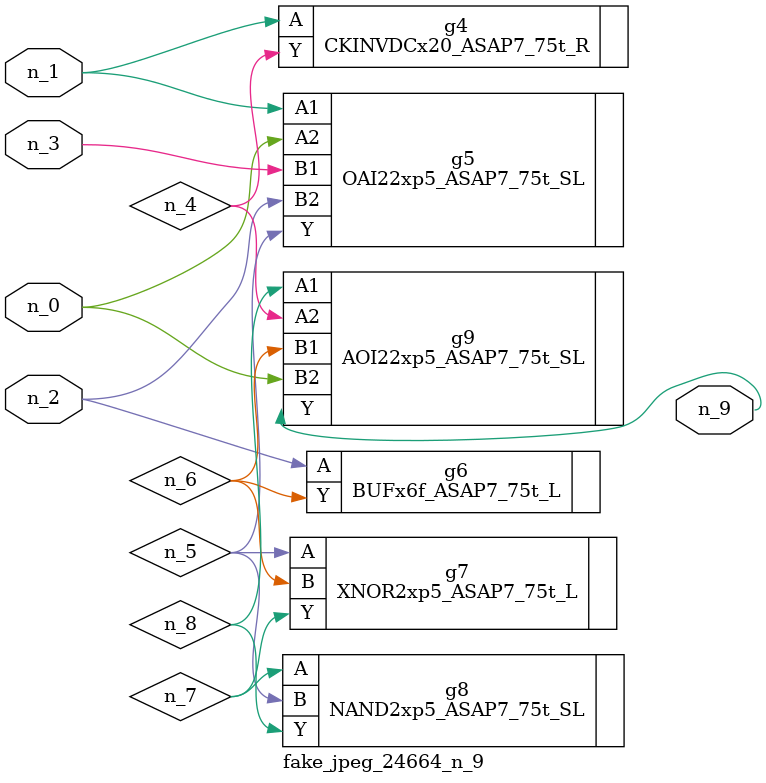
<source format=v>
module fake_jpeg_24664_n_9 (n_0, n_3, n_2, n_1, n_9);

input n_0;
input n_3;
input n_2;
input n_1;

output n_9;

wire n_4;
wire n_8;
wire n_6;
wire n_5;
wire n_7;

CKINVDCx20_ASAP7_75t_R g4 ( 
.A(n_1),
.Y(n_4)
);

OAI22xp5_ASAP7_75t_SL g5 ( 
.A1(n_1),
.A2(n_0),
.B1(n_3),
.B2(n_2),
.Y(n_5)
);

BUFx6f_ASAP7_75t_L g6 ( 
.A(n_2),
.Y(n_6)
);

XNOR2xp5_ASAP7_75t_L g7 ( 
.A(n_5),
.B(n_6),
.Y(n_7)
);

NAND2xp5_ASAP7_75t_SL g8 ( 
.A(n_7),
.B(n_5),
.Y(n_8)
);

AOI22xp5_ASAP7_75t_SL g9 ( 
.A1(n_8),
.A2(n_4),
.B1(n_6),
.B2(n_0),
.Y(n_9)
);


endmodule
</source>
